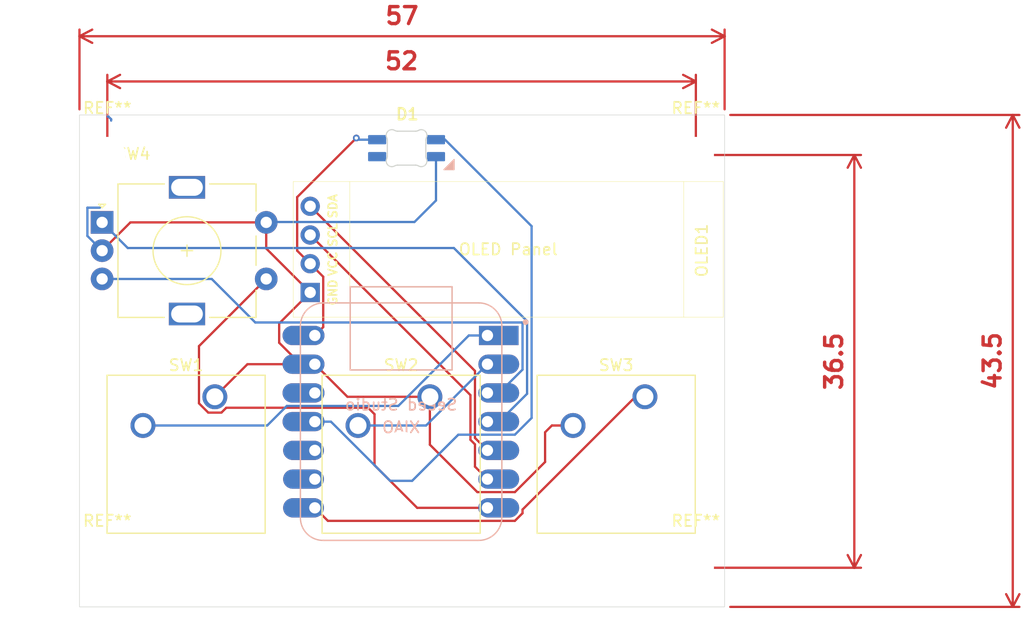
<source format=kicad_pcb>
(kicad_pcb (version 20241229) (generator "pcbnew") (generator_version "9.0")
  (layers (0 "F.Cu" signal) (2 "B.Cu" signal) (13 "F.Paste" user) (15 "B.Paste" user) (5 "F.SilkS" user "F.Silkscreen") (7 "B.SilkS" user "B.Silkscreen") (1 "F.Mask" user) (3 "B.Mask" user) (25 "Edge.Cuts" user))
  (net 0 "")
  (net 1 "GND")
  (net 3 "Net-(U1-PB08_A6_D6_TX)")
  (net 5 "Net-(U1-PA4_A1_D1)")
  (net 6 "Net-(U1-PA11_A3_D3)")
  (net 7 "Net-(OLED1-Pin_3)")
  (net 8 "Net-(U1-PA02_A0_D0)")
  (net 9 "Net-(U1-PB09_A7_D7_RX)")
  (net 10 "VCC")
  (net 11 "Net-(U1-PA10_A2_D2)")
  (net 12 "Net-(OLED1-Pin_4)")
  (net 14 "Net-(D1-DIN)")
  (footprint "MountingHole:MountingHole_3.2mm_M3" (layer "F.Cu") (at 183 149.5)
    (property "Reference" "REF**" (at 0 -4.15 0) (layer "F.SilkS"))
    (property "Value" "MountingHole_3.2mm_M3")
    (pad "" np_thru_hole circle (at 0 0) (size 3.2 3.2) (drill 3.2) (layers "*.Cu" "*.Mask"))
  )
  (footprint "Button_Switch_Keyboard:SW_Cherry_MX_1.00u_PCB" (layer "F.Cu") (at 178.5 134.380765)
    (property "Reference" "SW3" (at -2.54 -2.794 0) (layer "F.SilkS"))
    (property "Value" "SW_Push")
    (fp_line (start -9.525 -1.905) (end 4.445 -1.905) (stroke (width 0.12)) (layer "F.SilkS"))
    (fp_line (start -9.525 12.065) (end -9.525 -1.905) (stroke (width 0.12)) (layer "F.SilkS"))
    (fp_line (start 4.445 -1.905) (end 4.445 12.065) (stroke (width 0.12)) (layer "F.SilkS"))
    (fp_line (start 4.445 12.065) (end -9.525 12.065) (stroke (width 0.12)) (layer "F.SilkS"))
    (pad "" np_thru_hole circle (at -7.62 5.08) (size 1.7 1.7) (drill 1.7) (layers "*.Cu" "*.Mask"))
    (pad "" np_thru_hole circle (at -2.54 5.08) (size 4 4) (drill 4) (layers "*.Cu" "*.Mask"))
    (pad "" np_thru_hole circle (at 2.54 5.08) (size 1.7 1.7) (drill 1.7) (layers "*.Cu" "*.Mask"))
    (pad "1" thru_hole circle (at 0 0) (size 2.2 2.2) (drill 1.5) (layers "*.Cu" "*.Mask") (net 9 "Net-(U1-PB09_A7_D7_RX)"))
    (pad "2" thru_hole circle (at -6.35 2.54) (size 2.2 2.2) (drill 1.5) (layers "*.Cu" "*.Mask") (net 1 "GND"))
  )
  (footprint "MountingHole:MountingHole_3.2mm_M3" (layer "F.Cu") (at 131 149.5)
    (property "Reference" "REF**" (at 0 -4.15 0) (layer "F.SilkS"))
    (property "Value" "MountingHole_3.2mm_M3")
    (pad "" np_thru_hole circle (at 0 0) (size 3.2 3.2) (drill 3.2) (layers "*.Cu" "*.Mask"))
  )
  (footprint "footprints:SK6812MINI-E_fixed" (layer "F.Cu") (at 157.439999 112.5)
    (property "Reference" "D1" (at 0.060001 -3.1 0) (layer "F.SilkS") (effects (font (thickness 0.2) (bold yes))))
    (property "Value" "SK6812MINI-E")
    (fp_poly (pts (xy 4.200001 0.897158) (xy 3.300001 1.797158) (xy 4.200001 1.797158)) (stroke (width 0.1)) (fill yes) (layer "B.SilkS"))
    (fp_line (start -1.699998 0.6) (end -1.699998 -0.805684) (stroke (width 0.1)) (layer "Edge.Cuts"))
    (fp_line (start -0.794451 -1.602841) (end 0.794454 -1.602841) (stroke (width 0.1)) (layer "Edge.Cuts"))
    (fp_line (start 0.794453 1.397158) (end -0.794451 1.397158) (stroke (width 0.1)) (layer "Edge.Cuts"))
    (fp_line (start 1.7 -0.805684) (end 1.7 0.6) (stroke (width 0.1)) (layer "Edge.Cuts"))
    (fp_arc (start -1.749483 -1.022562) (mid -1.712526 -0.91691) (end -1.699998 -0.805684) (stroke (width 0.1)) (layer "Edge.Cuts"))
    (fp_arc (start -1.749483 -1.022562) (mid -1.63807 -1.606877) (end -1.04671 -1.671141) (stroke (width 0.1)) (layer "Edge.Cuts"))
    (fp_arc (start -1.699998 0.600001) (mid -1.712526 0.711226) (end -1.749483 0.816878) (stroke (width 0.1)) (layer "Edge.Cuts"))
    (fp_arc (start -1.04671 1.465455) (mid -1.638069 1.401192) (end -1.749483 0.816878) (stroke (width 0.1)) (layer "Edge.Cuts"))
    (fp_arc (start -1.046709 1.465457) (mid -0.925121 1.414535) (end -0.794451 1.397158) (stroke (width 0.1)) (layer "Edge.Cuts"))
    (fp_arc (start -0.794452 -1.602842) (mid -0.925122 -1.620219) (end -1.04671 -1.671141) (stroke (width 0.1)) (layer "Edge.Cuts"))
    (fp_arc (start 0.794453 1.397158) (mid 0.925124 1.414535) (end 1.046712 1.465457) (stroke (width 0.1)) (layer "Edge.Cuts"))
    (fp_arc (start 1.046712 -1.67114) (mid 0.925124 -1.620218) (end 0.794454 -1.602841) (stroke (width 0.1)) (layer "Edge.Cuts"))
    (fp_arc (start 1.046712 -1.67114) (mid 1.638072 -1.606876) (end 1.749485 -1.022562) (stroke (width 0.1)) (layer "Edge.Cuts"))
    (fp_arc (start 1.7 -0.805685) (mid 1.712528 -0.91691) (end 1.749485 -1.022562) (stroke (width 0.1)) (layer "Edge.Cuts"))
    (fp_arc (start 1.749485 0.816877) (mid 1.638073 1.401193) (end 1.046712 1.465457) (stroke (width 0.1)) (layer "Edge.Cuts"))
    (fp_arc (start 1.749485 0.816878) (mid 1.712528 0.711226) (end 1.7 0.6) (stroke (width 0.1)) (layer "Edge.Cuts"))
    (pad "1" smd roundrect (at -2.599999 -0.852842 270) (size 0.82 1.6) (layers "B.Cu" "B.Mask" "B.Paste") (roundrect_rratio 0.1) (net 10 "VCC"))
    (pad "2" smd roundrect (at -2.599999 0.647158 270) (size 0.82 1.6) (layers "B.Cu" "B.Mask" "B.Paste") (roundrect_rratio 0.1))
    (pad "3" smd roundrect (at 2.600001 0.647158 270) (size 0.82 1.6) (layers "B.Cu" "B.Mask" "B.Paste") (roundrect_rratio 0.1) (net 1 "GND"))
    (pad "4" smd roundrect (at 2.600001 -0.852842 270) (size 0.82 1.6) (layers "B.Cu" "B.Mask" "B.Paste") (roundrect_rratio 0.1) (net 14 "Net-(D1-DIN)"))
  )
  (footprint "MountingHole:MountingHole_3.2mm_M3" (layer "F.Cu") (at 131 113)
    (property "Reference" "REF**" (at 0 -4.15 0) (layer "F.SilkS"))
    (property "Value" "MountingHole_3.2mm_M3")
    (pad "" np_thru_hole circle (at 0 0) (size 3.2 3.2) (drill 3.2) (layers "*.Cu" "*.Mask"))
  )
  (footprint "footprints:RotaryEncoder_Alps_EC11E-Switch_Vertical_H20mm" (layer "F.Cu") (at 130.54 118.960765)
    (property "Reference" "SW4" (at 2.738468 -6.052842 0) (layer "F.SilkS"))
    (property "Value" "RotaryEncoder_Switch")
    (fp_line (start -0.3 -1.6) (end 0.3 -1.6) (stroke (width 0.12)) (layer "F.SilkS"))
    (fp_line (start 0 -1.3) (end -0.3 -1.6) (stroke (width 0.12)) (layer "F.SilkS"))
    (fp_line (start 0.3 -1.6) (end 0 -1.3) (stroke (width 0.12)) (layer "F.SilkS"))
    (fp_line (start 1.4 -3.4) (end 1.4 8.4) (stroke (width 0.12)) (layer "F.SilkS"))
    (fp_line (start 5.5 -3.4) (end 1.4 -3.4) (stroke (width 0.12)) (layer "F.SilkS"))
    (fp_line (start 5.5 8.4) (end 1.4 8.4) (stroke (width 0.12)) (layer "F.SilkS"))
    (fp_line (start 7 2.5) (end 8 2.5) (stroke (width 0.12)) (layer "F.SilkS"))
    (fp_line (start 7.5 2) (end 7.5 3) (stroke (width 0.12)) (layer "F.SilkS"))
    (fp_line (start 9.5 -3.4) (end 13.6 -3.4) (stroke (width 0.12)) (layer "F.SilkS"))
    (fp_line (start 13.6 -3.4) (end 13.6 -1) (stroke (width 0.12)) (layer "F.SilkS"))
    (fp_line (start 13.6 1.2) (end 13.6 3.8) (stroke (width 0.12)) (layer "F.SilkS"))
    (fp_line (start 13.6 6) (end 13.6 8.4) (stroke (width 0.12)) (layer "F.SilkS"))
    (fp_line (start 13.6 8.4) (end 9.5 8.4) (stroke (width 0.12)) (layer "F.SilkS"))
    (fp_circle (center 7.5 2.5) (end 10.5 2.5) (stroke (width 0.12)) (fill no) (layer "F.SilkS"))
    (pad "A" thru_hole rect (at 0 0) (size 2 2) (drill 1) (layers "*.Cu" "*.Mask") (net 6 "Net-(U1-PA11_A3_D3)"))
    (pad "B" thru_hole circle (at 0 5) (size 2 2) (drill 1) (layers "*.Cu" "*.Mask") (net 11 "Net-(U1-PA10_A2_D2)"))
    (pad "C" thru_hole circle (at 0 2.5) (size 2 2) (drill 1) (layers "*.Cu" "*.Mask") (net 1 "GND"))
    (pad "MP" thru_hole rect (at 7.5 -3.1) (size 3.2 2) (drill oval 2.8 1.5) (layers "*.Cu" "*.Mask"))
    (pad "MP" thru_hole rect (at 7.5 8.1) (size 3.2 2) (drill oval 2.8 1.5) (layers "*.Cu" "*.Mask"))
    (pad "S1" thru_hole circle (at 14.5 5) (size 2 2) (drill 1) (layers "*.Cu" "*.Mask") (net 3 "Net-(U1-PB08_A6_D6_TX)"))
    (pad "S2" thru_hole circle (at 14.5 0) (size 2 2) (drill 1) (layers "*.Cu" "*.Mask") (net 1 "GND"))
  )
  (footprint "Button_Switch_Keyboard:SW_Cherry_MX_1.00u_PCB" (layer "F.Cu") (at 140.5 134.380765)
    (property "Reference" "SW1" (at -2.54 -2.794 0) (layer "F.SilkS"))
    (property "Value" "SW_Push")
    (fp_line (start -9.525 -1.905) (end 4.445 -1.905) (stroke (width 0.12)) (layer "F.SilkS"))
    (fp_line (start -9.525 12.065) (end -9.525 -1.905) (stroke (width 0.12)) (layer "F.SilkS"))
    (fp_line (start 4.445 -1.905) (end 4.445 12.065) (stroke (width 0.12)) (layer "F.SilkS"))
    (fp_line (start 4.445 12.065) (end -9.525 12.065) (stroke (width 0.12)) (layer "F.SilkS"))
    (pad "" np_thru_hole circle (at -7.62 5.08) (size 1.7 1.7) (drill 1.7) (layers "*.Cu" "*.Mask"))
    (pad "" np_thru_hole circle (at -2.54 5.08) (size 4 4) (drill 4) (layers "*.Cu" "*.Mask"))
    (pad "" np_thru_hole circle (at 2.54 5.08) (size 1.7 1.7) (drill 1.7) (layers "*.Cu" "*.Mask"))
    (pad "1" thru_hole circle (at 0 0) (size 2.2 2.2) (drill 1.5) (layers "*.Cu" "*.Mask") (net 1 "GND"))
    (pad "2" thru_hole circle (at -6.35 2.54) (size 2.2 2.2) (drill 1.5) (layers "*.Cu" "*.Mask") (net 8 "Net-(U1-PA02_A0_D0)"))
  )
  (footprint "MountingHole:MountingHole_3.2mm_M3" (layer "F.Cu") (at 183 113)
    (property "Reference" "REF**" (at 0 -4.15 0) (layer "F.SilkS"))
    (property "Value" "MountingHole_3.2mm_M3")
    (pad "" np_thru_hole circle (at 0 0) (size 3.2 3.2) (drill 3.2) (layers "*.Cu" "*.Mask"))
  )
  (footprint "Button_Switch_Keyboard:SW_Cherry_MX_1.00u_PCB" (layer "F.Cu") (at 159.5 134.380765)
    (property "Reference" "SW2" (at -2.54 -2.794 0) (layer "F.SilkS"))
    (property "Value" "SW_Push")
    (fp_line (start -9.525 -1.905) (end 4.445 -1.905) (stroke (width 0.12)) (layer "F.SilkS"))
    (fp_line (start -9.525 12.065) (end -9.525 -1.905) (stroke (width 0.12)) (layer "F.SilkS"))
    (fp_line (start 4.445 -1.905) (end 4.445 12.065) (stroke (width 0.12)) (layer "F.SilkS"))
    (fp_line (start 4.445 12.065) (end -9.525 12.065) (stroke (width 0.12)) (layer "F.SilkS"))
    (pad "" np_thru_hole circle (at -7.62 5.08) (size 1.7 1.7) (drill 1.7) (layers "*.Cu" "*.Mask"))
    (pad "" np_thru_hole circle (at -2.54 5.08) (size 4 4) (drill 4) (layers "*.Cu" "*.Mask"))
    (pad "" np_thru_hole circle (at 2.54 5.08) (size 1.7 1.7) (drill 1.7) (layers "*.Cu" "*.Mask"))
    (pad "1" thru_hole circle (at 0 0) (size 2.2 2.2) (drill 1.5) (layers "*.Cu" "*.Mask") (net 1 "GND"))
    (pad "2" thru_hole circle (at -6.35 2.54) (size 2.2 2.2) (drill 1.5) (layers "*.Cu" "*.Mask") (net 5 "Net-(U1-PA4_A1_D1)"))
  )
  (footprint "footprints:SSD1306-0.91-OLED-4pin-128x32" (layer "F.Cu") (at 185.425 127.345765 180)
    (property "Reference" "OLED1" (at 1.9 5.91 90) (layer "F.SilkS"))
    (property "Value" "OLEDSSD1306")
    (fp_line (start 38 12) (end 38 0) (stroke (width 0.04)) (layer "F.SilkS"))
    (fp_line (start 38 0) (end 0 0) (stroke (width 0.04)) (layer "F.SilkS"))
    (fp_line (start 33 0) (end 33 12) (stroke (width 0.04)) (layer "F.SilkS"))
    (fp_line (start 3.5 0) (end 3.5 12) (stroke (width 0.04)) (layer "F.SilkS"))
    (fp_line (start 0 12) (end 38 12) (stroke (width 0.04)) (layer "F.SilkS"))
    (fp_line (start 0 0) (end 0 12) (stroke (width 0.04)) (layer "F.SilkS"))
    (fp_text user "SCL" (at 34.5 7.27 90) (layer "F.SilkS") (effects (font (size 0.75 0.75))))
    (fp_text user "VCC" (at 34.5 4.73 90) (layer "F.SilkS") (effects (font (size 0.75 0.75))))
    (fp_text user "SDA" (at 34.5 9.81 90) (layer "F.SilkS") (effects (font (size 0.75 0.75))))
    (fp_text user "GND" (at 34.5 2.19 90) (layer "F.SilkS") (effects (font (size 0.75 0.75))))
    (fp_text user "OLED Panel" (at 19 6 0) (layer "F.SilkS"))
    (pad "1" thru_hole rect (at 36.5 2.19 180) (size 1.7 1.7) (drill 1) (layers "*.Cu" "*.Mask") (net 1 "GND"))
    (pad "2" thru_hole oval (at 36.5 4.73 180) (size 1.7 1.7) (drill 1) (layers "*.Cu" "*.Mask") (net 10 "VCC"))
    (pad "3" thru_hole oval (at 36.5 7.27 180) (size 1.7 1.7) (drill 1) (layers "*.Cu" "*.Mask") (net 7 "Net-(OLED1-Pin_3)"))
    (pad "4" thru_hole oval (at 36.5 9.81 180) (size 1.7 1.7) (drill 1) (layers "*.Cu" "*.Mask") (net 12 "Net-(OLED1-Pin_4)"))
  )
  (footprint "footprints:XIAO-Generic-Hybrid-14P-2.54-21X17.8MM" (layer "B.Cu") (at 156.96 136.580765 180)
    (property "Reference" "U1" (at 0 -2.54 0) (layer "B.SilkS") (effects (font (size 0.889 0.889) (thickness 0.1016)) (justify mirror)))
    (property "Value" "MOUDLE-SEEEDUINO-XIAO" (hide yes))
    (fp_line (start 8.9 -8.5) (end 8.9 8.5) (stroke (width 0.127)) (layer "B.SilkS"))
    (fp_line (start 6.9 10.49909) (end -6.9 10.49909) (stroke (width 0.127)) (layer "B.SilkS"))
    (fp_line (start 4.5 11.92403) (end 4.5 4.57073) (stroke (width 0.127)) (layer "B.SilkS"))
    (fp_line (start 4.5 4.57073) (end -4.5 4.57073) (stroke (width 0.127)) (layer "B.SilkS"))
    (fp_line (start -4.5 11.92403) (end 4.5 11.92403) (stroke (width 0.127)) (layer "B.SilkS"))
    (fp_line (start -4.5 4.57073) (end -4.5 11.92403) (stroke (width 0.127)) (layer "B.SilkS"))
    (fp_line (start -6.9 -10.5) (end 6.9 -10.5) (stroke (width 0.127)) (layer "B.SilkS"))
    (fp_line (start -8.9 8.5) (end -8.9 -8.5) (stroke (width 0.127)) (layer "B.SilkS"))
    (fp_arc (start 8.9 8.5) (mid 8.301492 9.901492) (end 6.9 10.5) (stroke (width 0.12)) (layer "B.SilkS"))
    (fp_arc (start 6.9 -10.5) (mid 8.314214 -9.914214) (end 8.9 -8.5) (stroke (width 0.12)) (layer "B.SilkS"))
    (fp_arc (start -6.9 10.5) (mid -8.301491 9.901491) (end -8.9 8.5) (stroke (width 0.12)) (layer "B.SilkS"))
    (fp_arc (start -8.9 -8.5) (mid -8.301423 -9.901423) (end -6.9 -10.5) (stroke (width 0.12)) (layer "B.SilkS"))
    (fp_circle (center -11 8.8) (end -11 9.054) (fill yes) (layer "B.SilkS"))
    (fp_poly (pts (xy -8.887715 8.561705) (xy -8.884667 8.610473) (xy -8.880603 8.659494)) (stroke (width 0.0254)) (fill no) (layer "B.SilkS"))
    (fp_poly (pts (xy 8.889492 -8.521574) (xy 8.887713 -8.57085) (xy 8.884665 -8.619618) (xy 8.880601 -8.668639) (xy 8.875268 -8.717407) (xy 8.868664 -8.766175) (xy 8.861044 -8.81469) (xy 8.852153 -8.86295) (xy 8.842248 -8.910955)) (stroke (width 0.0254)) (fill no) (layer "B.SilkS"))
    (fp_text user "Seeed Studio" (at 0 1.5 0) (layer "B.SilkS") (effects (justify mirror)))
    (fp_text user "XIAO" (at 0 -0.5 0) (layer "B.SilkS") (effects (justify mirror)))
    (pad "1" thru_hole rect (at -7.625 7.62 180) (size 3.5 1.7) (drill 1 (offset -1 0)) (layers "*.Cu" "*.Mask") (net 8 "Net-(U1-PA02_A0_D0)"))
    (pad "2" thru_hole oval (at -7.625 5.08 180) (size 3.6 1.7) (drill 1 (offset -1 0)) (layers "*.Cu" "*.Mask") (net 5 "Net-(U1-PA4_A1_D1)"))
    (pad "3" thru_hole oval (at -7.625 2.54 180) (size 3.6 1.7) (drill 1 (offset -1 0)) (layers "*.Cu" "*.Mask") (net 11 "Net-(U1-PA10_A2_D2)"))
    (pad "4" thru_hole oval (at -7.625 0 180) (size 3.6 1.7) (drill 1 (offset -1 0)) (layers "*.Cu" "*.Mask") (net 6 "Net-(U1-PA11_A3_D3)"))
    (pad "5" thru_hole oval (at -7.625 -2.54 180) (size 3.6 1.7) (drill 1 (offset -1 0)) (layers "*.Cu" "*.Mask") (net 12 "Net-(OLED1-Pin_4)"))
    (pad "6" thru_hole oval (at -7.625 -5.08) (size 3.6 1.7) (drill 1 (offset 1 0)) (layers "*.Cu" "*.Mask") (net 7 "Net-(OLED1-Pin_3)"))
    (pad "7" thru_hole oval (at -7.625 -7.62 180) (size 3.6 1.7) (drill 1 (offset -1 0)) (layers "*.Cu" "*.Mask") (net 3 "Net-(U1-PB08_A6_D6_TX)"))
    (pad "8" thru_hole oval (at 7.625 -7.62 180) (size 3.6 1.7) (drill 1 (offset 1 0)) (layers "*.Cu" "*.Mask") (net 9 "Net-(U1-PB09_A7_D7_RX)"))
    (pad "9" thru_hole oval (at 7.625 -5.08 180) (size 3.6 1.7) (drill 1 (offset 1 0)) (layers "*.Cu" "*.Mask"))
    (pad "10" thru_hole oval (at 7.625 -2.54 180) (size 3.6 1.7) (drill 1 (offset 1 0)) (layers "*.Cu" "*.Mask"))
    (pad "11" thru_hole oval (at 7.625 0 180) (size 3.7 1.7) (drill 1 (offset 1 0)) (layers "*.Cu" "*.Mask") (net 14 "Net-(D1-DIN)"))
    (pad "12" thru_hole oval (at 7.625 2.54 180) (size 3.7 1.7) (drill 1 (offset 1 0)) (layers "*.Cu" "*.Mask"))
    (pad "13" thru_hole oval (at 7.625 5.08 180) (size 3.7 1.7) (drill 1 (offset 1 0)) (layers "*.Cu" "*.Mask") (net 1 "GND"))
    (pad "14" thru_hole oval (at 7.625 7.62 180) (size 3.7 1.7) (drill 1 (offset 1 0)) (layers "*.Cu" "*.Mask") (net 10 "VCC"))
  )
  (gr_rect (start 128.54 109.460765) (end 185.54 152.960765) (stroke (width 0.05)) (fill no) (layer "Edge.Cuts"))
  (dimension (type orthogonal) (layer "F.Cu") (pts (xy 185.54 109.460765) (xy 185.54 152.960765)) (height 25.46) (orientation 1) (format (prefix "") (suffix "") (units 3) (units_format 0) (precision 4) (suppress_zeroes yes)) (style (thickness 0.2) (arrow_length 1.27) (text_position_mode 0) (arrow_direction outward) (extension_height 0.58642) (extension_offset 0.5) (keep_text_aligned yes)) (gr_text "43.5" (at 209.2 131.210765 90) (layer "F.Cu") (effects (font (size 1.5 1.5) (thickness 0.3)))))
  (dimension (type orthogonal) (layer "F.Cu") (pts (xy 131 113) (xy 183 113)) (height -6.5) (orientation 0) (format (prefix "") (suffix "") (units 3) (units_format 0) (precision 4) (suppress_zeroes yes)) (style (thickness 0.2) (arrow_length 1.27) (text_position_mode 0) (arrow_direction outward) (extension_height 0.58642) (extension_offset 0.5) (keep_text_aligned yes)) (gr_text "52" (at 157 104.7 0) (layer "F.Cu") (effects (font (size 1.5 1.5) (thickness 0.3)))))
  (dimension (type orthogonal) (layer "F.Cu") (pts (xy 185.54 109.460765) (xy 128.54 109.460765)) (height -6.960765) (orientation 0) (format (prefix "") (suffix "") (units 3) (units_format 0) (precision 4) (suppress_zeroes yes)) (style (thickness 0.2) (arrow_length 1.27) (text_position_mode 0) (arrow_direction outward) (extension_height 0.58642) (extension_offset 0.5) (keep_text_aligned yes)) (gr_text "57" (at 157.04 100.7 0) (layer "F.Cu") (effects (font (size 1.5 1.5) (thickness 0.3)))))
  (dimension (type orthogonal) (layer "F.Cu") (pts (xy 183 149.5) (xy 183 113)) (height 14) (orientation 1) (format (prefix "") (suffix "") (units 3) (units_format 0) (precision 4) (suppress_zeroes yes)) (style (thickness 0.2) (arrow_length 1.27) (text_position_mode 0) (arrow_direction outward) (extension_height 0.58642) (extension_offset 0.5) (keep_text_aligned yes)) (gr_text "36.5" (at 195.2 131.25 90) (layer "F.Cu") (effects (font (size 1.5 1.5) (thickness 0.3)))))
  (segment (start 143.38 131.500765) (end 149.335 131.500765) (width 0.2) (layer "F.Cu") (net 1))
  (segment (start 140.5 134.380765) (end 143.38 131.500765) (width 0.2) (layer "F.Cu") (net 1))
  (segment (start 148.925 125.155765) (end 145.04 121.270765) (width 0.2) (layer "F.Cu") (net 1))
  (segment (start 167.01176 142.811765) (end 169.679 140.144525) (width 0.2) (layer "F.Cu") (net 1))
  (segment (start 159.5 138.619235) (end 163.69253 142.811765) (width 0.2) (layer "F.Cu") (net 1))
  (segment (start 148.925 125.155765) (end 146.184 127.896765) (width 0.2) (layer "F.Cu") (net 1))
  (segment (start 148.08 131.500765) (end 149.335 131.500765) (width 0.2) (layer "F.Cu") (net 1))
  (segment (start 133.04 118.960765) (end 130.54 121.460765) (width 0.2) (layer "F.Cu") (net 1))
  (segment (start 145.04 118.960765) (end 133.04 118.960765) (width 0.2) (layer "F.Cu") (net 1))
  (segment (start 152.215 134.380765) (end 149.335 131.500765) (width 0.2) (layer "F.Cu") (net 1))
  (segment (start 146.184 129.604765) (end 148.08 131.500765) (width 0.2) (layer "F.Cu") (net 1))
  (segment (start 169.679 140.144525) (end 169.679 137.519765) (width 0.2) (layer "F.Cu") (net 1))
  (segment (start 145.04 121.270765) (end 145.04 118.960765) (width 0.2) (layer "F.Cu") (net 1))
  (segment (start 146.184 127.896765) (end 146.184 129.604765) (width 0.2) (layer "F.Cu") (net 1))
  (segment (start 159.5 134.380765) (end 152.215 134.380765) (width 0.2) (layer "F.Cu") (net 1))
  (segment (start 159.5 134.380765) (end 159.5 138.619235) (width 0.2) (layer "F.Cu") (net 1))
  (segment (start 169.679 137.519765) (end 170.278 136.920765) (width 0.2) (layer "F.Cu") (net 1))
  (segment (start 163.69253 142.811765) (end 167.01176 142.811765) (width 0.2) (layer "F.Cu") (net 1))
  (segment (start 170.278 136.920765) (end 172.15 136.920765) (width 0.2) (layer "F.Cu") (net 1))
  (segment (start 160.04 113.147158) (end 160.003279 113.147158) (width 0.2) (layer "B.Cu") (net 1))
  (segment (start 160.04 113.147158) (end 160.04 117.023765) (width 0.2) (layer "B.Cu") (net 1))
  (segment (start 159.840978 113.309459) (end 159.879552 113.403981) (width 0.2) (layer "B.Cu") (net 1))
  (segment (start 160.04 117.023765) (end 158.139 118.924765) (width 0.2) (layer "B.Cu") (net 1))
  (segment (start 130.54 121.460765) (end 129.239 120.159765) (width 0.2) (layer "B.Cu") (net 1))
  (segment (start 145.076 118.924765) (end 145.04 118.960765) (width 0.2) (layer "B.Cu") (net 1))
  (segment (start 160.003279 113.147158) (end 159.840978 113.309459) (width 0.2) (layer "B.Cu") (net 1))
  (segment (start 129.239 120.159765) (end 129.239 117.659765) (width 0.2) (layer "B.Cu") (net 1))
  (segment (start 129.239 117.659765) (end 130.341 117.659765) (width 0.2) (layer "B.Cu") (net 1))
  (segment (start 158.139 118.924765) (end 145.076 118.924765) (width 0.2) (layer "B.Cu") (net 1))
  (segment (start 154.609 140.434581) (end 154.609 135.919765) (width 0.2) (layer "F.Cu") (net 3))
  (segment (start 139.099 134.961079) (end 139.099 129.901765) (width 0.2) (layer "F.Cu") (net 3))
  (segment (start 141.511314 135.350765) (end 141.080314 135.781765) (width 0.2) (layer "F.Cu") (net 3))
  (segment (start 139.919686 135.781765) (end 139.099 134.961079) (width 0.2) (layer "F.Cu") (net 3))
  (segment (start 154.04 135.350765) (end 141.511314 135.350765) (width 0.2) (layer "F.Cu") (net 3))
  (segment (start 141.080314 135.781765) (end 139.919686 135.781765) (width 0.2) (layer "F.Cu") (net 3))
  (segment (start 139.099 129.901765) (end 145.04 123.960765) (width 0.2) (layer "F.Cu") (net 3))
  (segment (start 154.609 135.919765) (end 154.04 135.350765) (width 0.2) (layer "F.Cu") (net 3))
  (segment (start 164.585 144.200765) (end 158.375184 144.200765) (width 0.2) (layer "F.Cu") (net 3))
  (segment (start 158.375184 144.200765) (end 154.609 140.434581) (width 0.2) (layer "F.Cu") (net 3))
  (segment (start 153.15 136.920765) (end 159.165 136.920765) (width 0.2) (layer "B.Cu") (net 5))
  (segment (start 159.165 136.920765) (end 164.585 131.500765) (width 0.2) (layer "B.Cu") (net 5))
  (segment (start 132.806 121.226765) (end 161.6201 121.226765) (width 0.2) (layer "B.Cu") (net 6))
  (segment (start 168.087 127.693665) (end 168.087 134.116525) (width 0.2) (layer "B.Cu") (net 6))
  (segment (start 168.087 134.116525) (end 165.62276 136.580765) (width 0.2) (layer "B.Cu") (net 6))
  (segment (start 130.54 118.960765) (end 132.806 121.226765) (width 0.2) (layer "B.Cu") (net 6))
  (segment (start 161.6201 121.226765) (end 168.087 127.693665) (width 0.2) (layer "B.Cu") (net 6))
  (segment (start 165.62276 136.580765) (end 164.585 136.580765) (width 0.2) (layer "B.Cu") (net 6))
  (segment (start 163.083 134.233765) (end 163.083 138.185865) (width 0.2) (layer "F.Cu") (net 7))
  (segment (start 163.083 138.185865) (end 163.484 138.586865) (width 0.2) (layer "F.Cu") (net 7))
  (segment (start 163.484 140.559765) (end 164.585 141.660765) (width 0.2) (layer "F.Cu") (net 7))
  (segment (start 163.484 138.586865) (end 163.484 140.559765) (width 0.2) (layer "F.Cu") (net 7))
  (segment (start 148.925 120.075765) (end 163.083 134.233765) (width 0.2) (layer "F.Cu") (net 7))
  (segment (start 162.938686 128.960765) (end 164.585 128.960765) (width 0.2) (layer "B.Cu") (net 8))
  (segment (start 156.707686 135.191765) (end 162.938686 128.960765) (width 0.2) (layer "B.Cu") (net 8))
  (segment (start 145.12924 136.920765) (end 146.85824 135.191765) (width 0.2) (layer "B.Cu") (net 8))
  (segment (start 134.15 136.920765) (end 145.12924 136.920765) (width 0.2) (layer "B.Cu") (net 8))
  (segment (start 146.85824 135.191765) (end 156.707686 135.191765) (width 0.2) (layer "B.Cu") (net 8))
  (segment (start 167.686 144.353235) (end 167.686 144.677525) (width 0.2) (layer "F.Cu") (net 9))
  (segment (start 167.01176 145.351765) (end 150.486 145.351765) (width 0.2) (layer "F.Cu") (net 9))
  (segment (start 177.65847 134.380765) (end 167.686 144.353235) (width 0.2) (layer "F.Cu") (net 9))
  (segment (start 150.486 145.351765) (end 149.335 144.200765) (width 0.2) (layer "F.Cu") (net 9))
  (segment (start 167.686 144.677525) (end 167.01176 145.351765) (width 0.2) (layer "F.Cu") (net 9))
  (segment (start 178.5 134.380765) (end 177.65847 134.380765) (width 0.2) (layer "F.Cu") (net 9))
  (segment (start 150.076 128.219765) (end 149.335 128.960765) (width 0.2) (layer "F.Cu") (net 10))
  (segment (start 147.774 121.464765) (end 147.774 116.726) (width 0.2) (layer "F.Cu") (net 10))
  (segment (start 150.076 123.766765) (end 150.076 128.219765) (width 0.2) (layer "F.Cu") (net 10))
  (segment (start 148.925 122.615765) (end 150.076 123.766765) (width 0.2) (layer "F.Cu") (net 10))
  (segment (start 148.925 122.615765) (end 147.774 121.464765) (width 0.2) (layer "F.Cu") (net 10))
  (segment (start 147.774 116.726) (end 153 111.5) (width 0.2) (layer "F.Cu") (net 10))
  (via (at 153 111.5) (size 0.6) (drill 0.3) (layers "F.Cu" "B.Cu") (net 10))
  (segment (start 131.040002 109.607923) (end 131.105109 109.607923) (width 0.2) (layer "B.Cu") (net 10))
  (segment (start 131.339003 109.841817) (end 131.339003 109.960765) (width 0.2) (layer "B.Cu") (net 10))
  (segment (start 153.147158 111.647158) (end 153 111.5) (width 0.2) (layer "B.Cu") (net 10))
  (segment (start 154.84 111.647158) (end 153.147158 111.647158) (width 0.2) (layer "B.Cu") (net 10))
  (segment (start 131.105109 109.607923) (end 131.339003 109.841817) (width 0.2) (layer "B.Cu") (net 10))
  (segment (start 167.686 131.977525) (end 165.62276 134.040765) (width 0.2) (layer "B.Cu") (net 11))
  (segment (start 165.62276 134.040765) (end 164.585 134.040765) (width 0.2) (layer "B.Cu") (net 11))
  (segment (start 144.073 127.809765) (end 167.636 127.809765) (width 0.2) (layer "B.Cu") (net 11))
  (segment (start 130.54 123.960765) (end 140.224 123.960765) (width 0.2) (layer "B.Cu") (net 11))
  (segment (start 167.636 127.809765) (end 167.686 127.859765) (width 0.2) (layer "B.Cu") (net 11))
  (segment (start 167.686 127.859765) (end 167.686 131.977525) (width 0.2) (layer "B.Cu") (net 11))
  (segment (start 140.224 123.960765) (end 144.073 127.809765) (width 0.2) (layer "B.Cu") (net 11))
  (segment (start 163.484 138.019765) (end 164.585 139.120765) (width 0.2) (layer "F.Cu") (net 12))
  (segment (start 163.484 132.094765) (end 163.484 138.019765) (width 0.2) (layer "F.Cu") (net 12))
  (segment (start 148.925 117.535765) (end 163.484 132.094765) (width 0.2) (layer "F.Cu") (net 12))
  (segment (start 150.755184 136.580765) (end 149.335 136.580765) (width 0.2) (layer "B.Cu") (net 14))
  (segment (start 160.04 111.647158) (end 160.84 111.647158) (width 0.2) (layer "B.Cu") (net 14))
  (segment (start 160.84 111.647158) (end 168.488 119.295158) (width 0.2) (layer "B.Cu") (net 14))
  (segment (start 157.933816 141.811765) (end 155.986184 141.811765) (width 0.2) (layer "B.Cu") (net 14))
  (segment (start 155.986184 141.811765) (end 150.755184 136.580765) (width 0.2) (layer "B.Cu") (net 14))
  (segment (start 168.488 136.255525) (end 167.01176 137.731765) (width 0.2) (layer "B.Cu") (net 14))
  (segment (start 167.01176 137.731765) (end 162.013816 137.731765) (width 0.2) (layer "B.Cu") (net 14))
  (segment (start 168.488 119.295158) (end 168.488 136.255525) (width 0.2) (layer "B.Cu") (net 14))
  (segment (start 162.013816 137.731765) (end 157.933816 141.811765) (width 0.2) (layer "B.Cu") (net 14))
)
</source>
